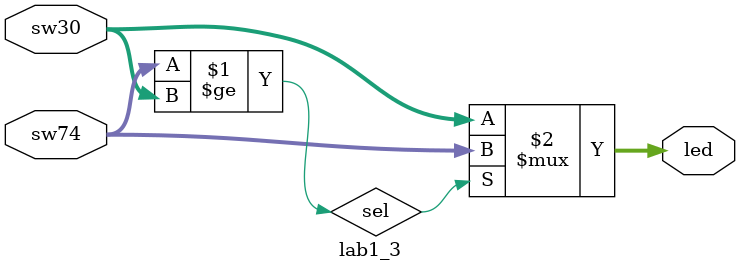
<source format=sv>
module lab1_3
(
input [3:0] sw74,sw30,
output [3:0] led
);

wire sel;

assign sel = sw74 >= sw30;

assign led=(sel)?sw74:sw30;

endmodule

</source>
